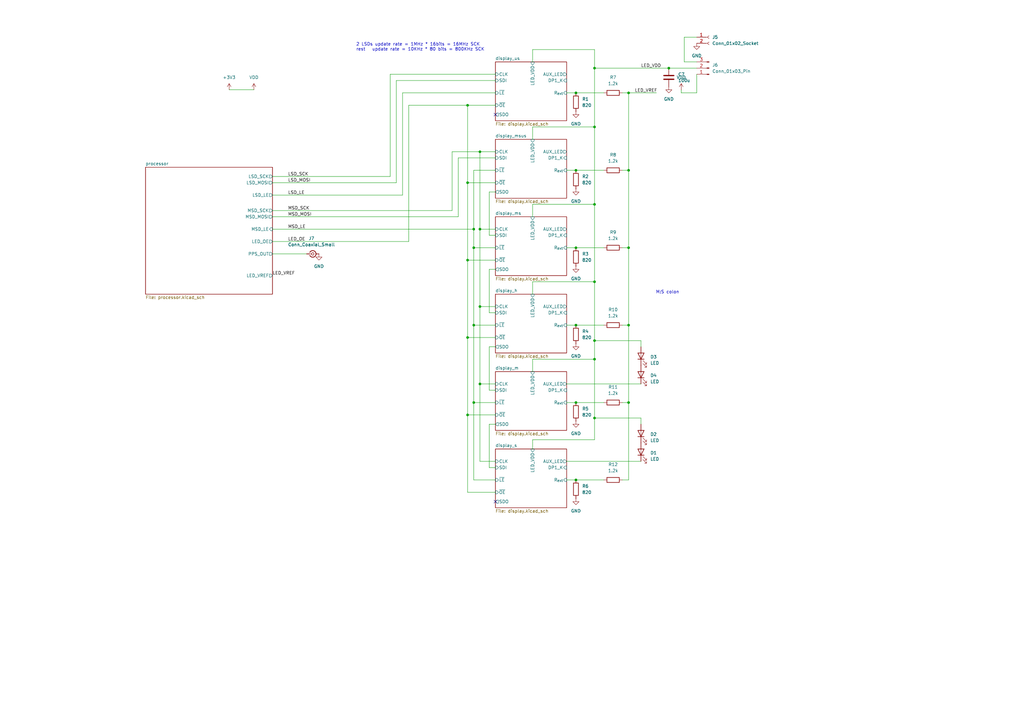
<source format=kicad_sch>
(kicad_sch (version 20250114) (generator "eeschema") (generator_version "9.0")
  (paper "A3")
  (lib_symbols
    (symbol "Connector:Conn_01x02_Socket" (pin_names (offset 1.016) (hide yes))
      (property "Reference" "J" (at 0 2.54 0))
      (property "Value" "Conn_01x02_Socket" (at 0 -5.08 0))
      (symbol "Conn_01x02_Socket_1_1"
        (polyline (pts (xy -1.27 0) (xy -0.508 0)) (stroke (width 0.1524)))
        (polyline (pts (xy -1.27 -2.54) (xy -0.508 -2.54)) (stroke (width 0.1524)))
        (arc (start 0 -0.508) (mid -0.5058 0) (end 0 0.508) (stroke (width 0.1524)))
        (arc (start 0 -3.048) (mid -0.5058 -2.54) (end 0 -2.032) (stroke (width 0.1524)))
        (pin passive line (at -5.08 0 0) (length 3.81) (name "Pin_1") (number "1"))
        (pin passive line (at -5.08 -2.54 0) (length 3.81) (name "Pin_2") (number "2"))
      )
    )
    (symbol "Connector:Conn_01x03_Pin" (pin_names (offset 1.016) (hide yes))
      (property "Reference" "J" (at 0 5.08 0))
      (property "Value" "Conn_01x03_Pin" (at 0 -5.08 0))
      (symbol "Conn_01x03_Pin_1_1"
        (rectangle (start 0.8636 2.667) (end 0 2.413) (stroke (width 0.1524)) (fill (type outline)))
        (rectangle (start 0.8636 0.127) (end 0 -0.127) (stroke (width 0.1524)) (fill (type outline)))
        (rectangle (start 0.8636 -2.413) (end 0 -2.667) (stroke (width 0.1524)) (fill (type outline)))
        (polyline (pts (xy 1.27 2.54) (xy 0.8636 2.54)) (stroke (width 0.1524)))
        (polyline (pts (xy 1.27 0) (xy 0.8636 0)) (stroke (width 0.1524)))
        (polyline (pts (xy 1.27 -2.54) (xy 0.8636 -2.54)) (stroke (width 0.1524)))
        (pin passive line (at 5.08 2.54 180) (length 3.81) (name "Pin_1") (number "1"))
        (pin passive line (at 5.08 0 180) (length 3.81) (name "Pin_2") (number "2"))
        (pin passive line (at 5.08 -2.54 180) (length 3.81) (name "Pin_3") (number "3"))
      )
    )
    (symbol "Connector:Conn_Coaxial_Small" (pin_numbers (hide yes)) (pin_names (offset 1.016) (hide yes))
      (property "Reference" "J" (at 0.254 3.048 0))
      (property "Value" "Conn_Coaxial_Small" (at 0 -3.81 0))
      (symbol "Conn_Coaxial_Small_0_1"
        (polyline (pts (xy -2.54 0) (xy -0.508 0)))
        (circle (center 0 0) (radius 0.508) (stroke (width 0.2032)))
      )
      (symbol "Conn_Coaxial_Small_1_1"
        (arc (start 1.3484 0.0039) (mid 0.327 -1.308) (end -1.1916 -0.6311) (stroke (width 0.3048)))
        (arc (start -1.1916 0.6311) (mid 0.327 1.3081) (end 1.3484 -0.0039) (stroke (width 0.3048)))
        (pin passive line (at -2.54 0 0) (length 1.27) (name "In") (number "1"))
        (pin passive line (at 2.54 0 180) (length 1.27) (name "Ext") (number "2"))
      )
    )
    (symbol "Device:C" (pin_numbers (hide yes)) (pin_names (offset 0.254))
      (property "Reference" "C" (at 0.635 2.54 0))
      (property "Value" "C" (at 0.635 -2.54 0))
      (symbol "C_0_1"
        (polyline (pts (xy -2.032 0.762) (xy 2.032 0.762)) (stroke (width 0.508)))
        (polyline (pts (xy -2.032 -0.762) (xy 2.032 -0.762)) (stroke (width 0.508)))
      )
      (symbol "C_1_1"
        (pin passive line (at 0 3.81 270) (length 2.794) (name "~") (number "1"))
        (pin passive line (at 0 -3.81 90) (length 2.794) (name "~") (number "2"))
      )
    )
    (symbol "Device:LED" (pin_numbers (hide yes)) (pin_names (offset 1.016) (hide yes))
      (property "Reference" "D" (at 0 2.54 0))
      (property "Value" "LED" (at 0 -2.54 0))
      (symbol "LED_0_1"
        (polyline (pts (xy -3.048 -0.762) (xy -4.572 -2.286) (xy -3.81 -2.286) (xy -4.572 -2.286) (xy -4.572 -1.524)))
        (polyline (pts (xy -1.778 -0.762) (xy -3.302 -2.286) (xy -2.54 -2.286) (xy -3.302 -2.286) (xy -3.302 -1.524)))
        (polyline (pts (xy -1.27 0) (xy 1.27 0)))
        (polyline (pts (xy -1.27 -1.27) (xy -1.27 1.27)) (stroke (width 0.254)))
        (polyline (pts (xy 1.27 -1.27) (xy 1.27 1.27) (xy -1.27 0) (xy 1.27 -1.27)) (stroke (width 0.254)))
      )
      (symbol "LED_1_1"
        (pin passive line (at -3.81 0 0) (length 2.54) (name "K") (number "1"))
        (pin passive line (at 3.81 0 180) (length 2.54) (name "A") (number "2"))
      )
    )
    (symbol "Device:R" (pin_numbers (hide yes)) (pin_names (offset 0))
      (property "Reference" "R" (at 2.032 0 90))
      (property "Value" "R" (at 0 0 90))
      (symbol "R_0_1"
        (rectangle (start -1.016 -2.54) (end 1.016 2.54) (stroke (width 0.254)))
      )
      (symbol "R_1_1"
        (pin passive line (at 0 3.81 270) (length 1.27) (name "~") (number "1"))
        (pin passive line (at 0 -3.81 90) (length 1.27) (name "~") (number "2"))
      )
    )
    (symbol "power:+3V3" (power) (pin_numbers (hide yes)) (pin_names (offset 0) (hide yes))
      (property "Value" "+3V3" (at 0 3.556 0))
      (symbol "+3V3_0_1"
        (polyline (pts (xy -0.762 1.27) (xy 0 2.54)))
        (polyline (pts (xy 0 2.54) (xy 0.762 1.27)))
        (polyline (pts (xy 0 0) (xy 0 2.54)))
      )
      (symbol "+3V3_1_1"
        (pin power_in line (at 0 0 90) (length 0) (name "~") (number "1"))
      )
    )
    (symbol "power:GND" (power) (pin_numbers (hide yes)) (pin_names (offset 0) (hide yes))
      (property "Value" "GND" (at 0 -3.81 0))
      (symbol "GND_0_1"
        (polyline (pts (xy 0 0) (xy 0 -1.27) (xy 1.27 -1.27) (xy 0 -2.54) (xy -1.27 -1.27) (xy 0 -1.27)))
      )
      (symbol "GND_1_1"
        (pin power_in line (at 0 0 270) (length 0) (name "~") (number "1"))
      )
    )
    (symbol "power:VDD" (power) (pin_numbers (hide yes)) (pin_names (offset 0) (hide yes))
      (property "Value" "VDD" (at 0 3.556 0))
      (symbol "VDD_0_1"
        (polyline (pts (xy -0.762 1.27) (xy 0 2.54)))
        (polyline (pts (xy 0 2.54) (xy 0.762 1.27)))
        (polyline (pts (xy 0 0) (xy 0 2.54)))
      )
      (symbol "VDD_1_1"
        (pin power_in line (at 0 0 90) (length 0) (name "~") (number "1"))
      )
    )
  )
  (text "2 LSDs update rate = 1MHz * 16bits = 16MHz SCK\nrest   update rate = 10KHz * 80 bits = 800KHz SCK" (at 146.05 19.304 0) (effects (font (size 1.27 1.27)) (justify left)))
  (text "M:S colon" (at 273.812 119.888 0) (effects (font (size 1.27 1.27))))
  (junction (at 236.22 101.6))
  (junction (at 236.22 38.1))
  (junction (at 194.31 165.1))
  (junction (at 196.85 93.98))
  (junction (at 191.77 43.18))
  (junction (at 243.84 52.07))
  (junction (at 243.84 83.82))
  (junction (at 196.85 125.73))
  (junction (at 196.85 62.23))
  (junction (at 257.81 101.6))
  (junction (at 191.77 74.93))
  (junction (at 236.22 133.35))
  (junction (at 243.84 139.7))
  (junction (at 196.85 157.48))
  (junction (at 194.31 93.98))
  (junction (at 243.84 27.94))
  (junction (at 194.31 101.6))
  (junction (at 257.81 165.1))
  (junction (at 191.77 106.68))
  (junction (at 243.84 115.57))
  (junction (at 243.84 147.32))
  (junction (at 274.32 27.94))
  (junction (at 243.84 171.45))
  (junction (at 236.22 196.85))
  (junction (at 191.77 138.43))
  (junction (at 194.31 133.35))
  (junction (at 257.81 69.85))
  (junction (at 257.81 133.35))
  (junction (at 236.22 165.1))
  (junction (at 191.77 170.18))
  (junction (at 257.81 38.1))
  (junction (at 236.22 69.85))
  (no_connect (at 203.2 205.74))
  (no_connect (at 203.2 46.99))
  (wire (pts (xy 243.84 83.82) (xy 243.84 115.57)))
  (wire (pts (xy 243.84 171.45) (xy 243.84 180.34)))
  (wire (pts (xy 243.84 115.57) (xy 243.84 139.7)))
  (wire (pts (xy 218.44 120.65) (xy 218.44 115.57)))
  (wire (pts (xy 200.66 110.49) (xy 200.66 128.27)))
  (wire (pts (xy 232.41 69.85) (xy 236.22 69.85)))
  (wire (pts (xy 162.56 33.02) (xy 203.2 33.02)))
  (wire (pts (xy 232.41 38.1) (xy 236.22 38.1)))
  (wire (pts (xy 111.76 72.39) (xy 160.02 72.39)))
  (wire (pts (xy 218.44 152.4) (xy 218.44 147.32)))
  (wire (pts (xy 191.77 106.68) (xy 203.2 106.68)))
  (wire (pts (xy 262.89 171.45) (xy 262.89 173.99)))
  (wire (pts (xy 200.66 78.74) (xy 200.66 96.52)))
  (wire (pts (xy 218.44 83.82) (xy 243.84 83.82)))
  (wire (pts (xy 111.76 86.36) (xy 185.42 86.36)))
  (wire (pts (xy 257.81 196.85) (xy 255.27 196.85)))
  (wire (pts (xy 191.77 43.18) (xy 191.77 74.93)))
  (wire (pts (xy 285.75 30.48) (xy 285.75 38.1)))
  (wire (pts (xy 236.22 133.35) (xy 247.65 133.35)))
  (wire (pts (xy 194.31 196.85) (xy 203.2 196.85)))
  (wire (pts (xy 196.85 125.73) (xy 196.85 157.48)))
  (wire (pts (xy 280.67 25.4) (xy 285.75 25.4)))
  (wire (pts (xy 194.31 165.1) (xy 194.31 196.85)))
  (wire (pts (xy 194.31 93.98) (xy 194.31 101.6)))
  (wire (pts (xy 243.84 139.7) (xy 262.89 139.7)))
  (wire (pts (xy 218.44 88.9) (xy 218.44 83.82)))
  (wire (pts (xy 111.76 88.9) (xy 187.96 88.9)))
  (wire (pts (xy 191.77 170.18) (xy 191.77 201.93)))
  (wire (pts (xy 243.84 180.34) (xy 218.44 180.34)))
  (wire (pts (xy 218.44 52.07) (xy 243.84 52.07)))
  (wire (pts (xy 236.22 165.1) (xy 247.65 165.1)))
  (wire (pts (xy 194.31 101.6) (xy 194.31 133.35)))
  (wire (pts (xy 236.22 69.85) (xy 247.65 69.85)))
  (wire (pts (xy 236.22 101.6) (xy 247.65 101.6)))
  (wire (pts (xy 280.67 15.24) (xy 280.67 25.4)))
  (wire (pts (xy 194.31 133.35) (xy 203.2 133.35)))
  (wire (pts (xy 243.84 20.32) (xy 243.84 27.94)))
  (wire (pts (xy 255.27 133.35) (xy 257.81 133.35)))
  (wire (pts (xy 255.27 69.85) (xy 257.81 69.85)))
  (wire (pts (xy 257.81 101.6) (xy 257.81 133.35)))
  (wire (pts (xy 196.85 62.23) (xy 203.2 62.23)))
  (wire (pts (xy 194.31 133.35) (xy 194.31 165.1)))
  (wire (pts (xy 236.22 38.1) (xy 247.65 38.1)))
  (wire (pts (xy 200.66 191.77) (xy 203.2 191.77)))
  (wire (pts (xy 257.81 38.1) (xy 269.24 38.1)))
  (wire (pts (xy 243.84 147.32) (xy 243.84 171.45)))
  (wire (pts (xy 274.32 27.94) (xy 285.75 27.94)))
  (wire (pts (xy 255.27 101.6) (xy 257.81 101.6)))
  (wire (pts (xy 203.2 173.99) (xy 200.66 173.99)))
  (wire (pts (xy 236.22 196.85) (xy 247.65 196.85)))
  (wire (pts (xy 194.31 69.85) (xy 203.2 69.85)))
  (wire (pts (xy 257.81 69.85) (xy 257.81 101.6)))
  (wire (pts (xy 232.41 133.35) (xy 236.22 133.35)))
  (wire (pts (xy 191.77 106.68) (xy 191.77 138.43)))
  (wire (pts (xy 185.42 86.36) (xy 185.42 62.23)))
  (wire (pts (xy 200.66 173.99) (xy 200.66 191.77)))
  (wire (pts (xy 232.41 157.48) (xy 262.89 157.48)))
  (wire (pts (xy 160.02 72.39) (xy 160.02 30.48)))
  (wire (pts (xy 194.31 101.6) (xy 203.2 101.6)))
  (wire (pts (xy 111.76 74.93) (xy 162.56 74.93)))
  (wire (pts (xy 218.44 57.15) (xy 218.44 52.07)))
  (wire (pts (xy 111.76 93.98) (xy 194.31 93.98)))
  (wire (pts (xy 203.2 78.74) (xy 200.66 78.74)))
  (wire (pts (xy 165.1 80.01) (xy 165.1 38.1)))
  (wire (pts (xy 111.76 80.01) (xy 165.1 80.01)))
  (wire (pts (xy 232.41 196.85) (xy 236.22 196.85)))
  (wire (pts (xy 196.85 189.23) (xy 203.2 189.23)))
  (wire (pts (xy 191.77 138.43) (xy 203.2 138.43)))
  (wire (pts (xy 160.02 30.48) (xy 203.2 30.48)))
  (wire (pts (xy 262.89 139.7) (xy 262.89 142.24)))
  (wire (pts (xy 243.84 139.7) (xy 243.84 147.32)))
  (wire (pts (xy 285.75 38.1) (xy 279.4 38.1)))
  (wire (pts (xy 196.85 157.48) (xy 196.85 189.23)))
  (wire (pts (xy 196.85 93.98) (xy 196.85 125.73)))
  (wire (pts (xy 232.41 101.6) (xy 236.22 101.6)))
  (wire (pts (xy 218.44 180.34) (xy 218.44 184.15)))
  (wire (pts (xy 93.98 36.83) (xy 104.14 36.83)))
  (wire (pts (xy 165.1 38.1) (xy 203.2 38.1)))
  (wire (pts (xy 194.31 69.85) (xy 194.31 93.98)))
  (wire (pts (xy 279.4 38.1) (xy 279.4 36.83)))
  (wire (pts (xy 167.64 43.18) (xy 191.77 43.18)))
  (wire (pts (xy 218.44 20.32) (xy 243.84 20.32)))
  (wire (pts (xy 243.84 171.45) (xy 262.89 171.45)))
  (wire (pts (xy 191.77 74.93) (xy 191.77 106.68)))
  (wire (pts (xy 196.85 125.73) (xy 203.2 125.73)))
  (wire (pts (xy 203.2 43.18) (xy 191.77 43.18)))
  (wire (pts (xy 191.77 170.18) (xy 203.2 170.18)))
  (wire (pts (xy 200.66 142.24) (xy 200.66 160.02)))
  (wire (pts (xy 196.85 93.98) (xy 203.2 93.98)))
  (wire (pts (xy 255.27 165.1) (xy 257.81 165.1)))
  (wire (pts (xy 257.81 38.1) (xy 257.81 69.85)))
  (wire (pts (xy 243.84 52.07) (xy 243.84 83.82)))
  (wire (pts (xy 187.96 64.77) (xy 203.2 64.77)))
  (wire (pts (xy 191.77 138.43) (xy 191.77 170.18)))
  (wire (pts (xy 111.76 104.14) (xy 125.73 104.14)))
  (wire (pts (xy 200.66 128.27) (xy 203.2 128.27)))
  (wire (pts (xy 185.42 62.23) (xy 196.85 62.23)))
  (wire (pts (xy 255.27 38.1) (xy 257.81 38.1)))
  (wire (pts (xy 285.75 15.24) (xy 280.67 15.24)))
  (wire (pts (xy 194.31 165.1) (xy 203.2 165.1)))
  (wire (pts (xy 196.85 157.48) (xy 203.2 157.48)))
  (wire (pts (xy 257.81 165.1) (xy 257.81 196.85)))
  (wire (pts (xy 196.85 62.23) (xy 196.85 93.98)))
  (wire (pts (xy 218.44 115.57) (xy 243.84 115.57)))
  (wire (pts (xy 203.2 110.49) (xy 200.66 110.49)))
  (wire (pts (xy 167.64 99.06) (xy 167.64 43.18)))
  (wire (pts (xy 257.81 133.35) (xy 257.81 165.1)))
  (wire (pts (xy 218.44 25.4) (xy 218.44 20.32)))
  (wire (pts (xy 232.41 189.23) (xy 262.89 189.23)))
  (wire (pts (xy 203.2 142.24) (xy 200.66 142.24)))
  (wire (pts (xy 187.96 88.9) (xy 187.96 64.77)))
  (wire (pts (xy 191.77 201.93) (xy 203.2 201.93)))
  (wire (pts (xy 162.56 74.93) (xy 162.56 33.02)))
  (wire (pts (xy 243.84 27.94) (xy 243.84 52.07)))
  (wire (pts (xy 200.66 160.02) (xy 203.2 160.02)))
  (wire (pts (xy 243.84 27.94) (xy 274.32 27.94)))
  (wire (pts (xy 111.76 99.06) (xy 167.64 99.06)))
  (wire (pts (xy 200.66 96.52) (xy 203.2 96.52)))
  (wire (pts (xy 191.77 74.93) (xy 203.2 74.93)))
  (wire (pts (xy 232.41 165.1) (xy 236.22 165.1)))
  (wire (pts (xy 218.44 147.32) (xy 243.84 147.32)))
  (label "LSD_MOSI" (at 118.11 74.93 0))
  (label "LSD_LE" (at 118.11 80.01 0))
  (label "LED_VREF" (at 260.35 38.1 0))
  (label "LED_OE" (at 118.11 99.06 0))
  (label "MSD_SCK" (at 118.11 86.36 0))
  (label "LED_VREF" (at 111.76 113.03 0))
  (label "MSD_MOSI" (at 118.11 88.9 0))
  (label "LSD_SCK" (at 118.11 72.39 0))
  (label "LED_VDD" (at 262.89 27.94 0))
  (label "MSD_LE" (at 118.11 93.98 0))
  (symbol (lib_id "Connector:Conn_01x02_Socket") (at 290.83 15.24 0) (unit 1)
    (property "Reference" "J5" (at 292.1 15.2399 0) (effects (justify left)))
    (property "Value" "Conn_01x02_Socket" (at 292.1 17.7799 0) (effects (justify left)))
    (property "Footprint" "Connector_JST:JST_PH_B2B-PH-K_1x02_P2.00mm_Vertical" (effects (hide yes)))
    (property "Description" "Generic connector, single row, 01x02, script generated" (effects (hide yes)))
  )
  (symbol (lib_id "Device:R") (at 251.46 69.85 90) (unit 1)
    (property "Reference" "R8" (at 251.46 63.5 90))
    (property "Value" "1.2k" (at 251.46 66.04 90))
    (property "Footprint" "Resistor_SMD:R_0603_1608Metric" (effects (hide yes)))
    (property "Description" "Resistor" (effects (hide yes)))
    (property "LCSC" "C22765" (effects (hide yes)))
  )
  (symbol (lib_id "power:GND") (at 236.22 204.47 0) (unit 1)
    (property "Reference" "#PWR06" (effects (hide yes)))
    (property "Value" "GND" (at 236.22 209.55 0))
    (property "Description" "Power symbol creates a global label with name \"GND\" , ground" (effects (hide yes)))
  )
  (symbol (lib_id "Device:R") (at 236.22 137.16 0) (unit 1)
    (property "Reference" "R4" (at 238.76 135.8899 0) (effects (justify left)))
    (property "Value" "820" (at 238.76 138.4299 0) (effects (justify left)))
    (property "Footprint" "Resistor_SMD:R_0603_1608Metric" (effects (hide yes)))
    (property "Description" "Resistor" (effects (hide yes)))
    (property "LCSC" "C23253" (effects (hide yes)))
  )
  (symbol (lib_id "power:VDD") (at 104.14 36.83 0) (unit 1)
    (property "Reference" "#PWR041" (effects (hide yes)))
    (property "Value" "VDD" (at 104.14 31.75 0))
    (property "Description" "Power symbol creates a global label with name \"VDD\"" (effects (hide yes)))
  )
  (symbol (lib_id "power:GND") (at 236.22 45.72 0) (unit 1)
    (property "Reference" "#PWR01" (effects (hide yes)))
    (property "Value" "GND" (at 236.22 50.8 0))
    (property "Description" "Power symbol creates a global label with name \"GND\" , ground" (effects (hide yes)))
  )
  (symbol (lib_id "Device:LED") (at 262.89 153.67 90) (unit 1)
    (property "Reference" "D4" (at 266.7 153.9874 90) (effects (justify right)))
    (property "Value" "LED" (at 266.7 156.5274 90) (effects (justify right)))
    (property "Footprint" "LED_SMD:LED_0603_1608Metric" (effects (hide yes)))
    (property "Description" "Light emitting diode" (effects (hide yes)))
    (property "Sim.Pins" "1=K 2=A" (effects (hide yes)))
    (property "LCSC" "C2286" (effects (hide yes)))
  )
  (symbol (lib_id "power:GND") (at 274.32 35.56 0) (unit 1)
    (property "Reference" "#PWR039" (effects (hide yes)))
    (property "Value" "GND" (at 274.32 40.64 0))
    (property "Description" "Power symbol creates a global label with name \"GND\" , ground" (effects (hide yes)))
  )
  (symbol (lib_id "power:GND") (at 236.22 109.22 0) (unit 1)
    (property "Reference" "#PWR03" (effects (hide yes)))
    (property "Value" "GND" (at 236.22 114.3 0))
    (property "Description" "Power symbol creates a global label with name \"GND\" , ground" (effects (hide yes)))
  )
  (symbol (lib_id "Device:LED") (at 262.89 177.8 90) (unit 1)
    (property "Reference" "D2" (at 266.7 178.1174 90) (effects (justify right)))
    (property "Value" "LED" (at 266.7 180.6574 90) (effects (justify right)))
    (property "Footprint" "LED_SMD:LED_0603_1608Metric" (effects (hide yes)))
    (property "Description" "Light emitting diode" (effects (hide yes)))
    (property "Sim.Pins" "1=K 2=A" (effects (hide yes)))
    (property "LCSC" "C2286" (effects (hide yes)))
  )
  (symbol (lib_id "Device:R") (at 236.22 200.66 0) (unit 1)
    (property "Reference" "R6" (at 238.76 199.3899 0) (effects (justify left)))
    (property "Value" "820" (at 238.76 201.9299 0) (effects (justify left)))
    (property "Footprint" "Resistor_SMD:R_0603_1608Metric" (effects (hide yes)))
    (property "Description" "Resistor" (effects (hide yes)))
    (property "LCSC" "C23253" (effects (hide yes)))
  )
  (symbol (lib_id "power:VDD") (at 279.4 36.83 0) (unit 1)
    (property "Reference" "#PWR07" (effects (hide yes)))
    (property "Value" "VDD" (at 279.4 31.75 0))
    (property "Description" "Power symbol creates a global label with name \"VDD\"" (effects (hide yes)))
  )
  (symbol (lib_id "Device:R") (at 236.22 168.91 0) (unit 1)
    (property "Reference" "R5" (at 238.76 167.6399 0) (effects (justify left)))
    (property "Value" "820" (at 238.76 170.1799 0) (effects (justify left)))
    (property "Footprint" "Resistor_SMD:R_0603_1608Metric" (effects (hide yes)))
    (property "Description" "Resistor" (effects (hide yes)))
    (property "LCSC" "C23253" (effects (hide yes)))
  )
  (symbol (lib_id "Device:R") (at 236.22 105.41 0) (unit 1)
    (property "Reference" "R3" (at 238.76 104.1399 0) (effects (justify left)))
    (property "Value" "820" (at 238.76 106.6799 0) (effects (justify left)))
    (property "Footprint" "Resistor_SMD:R_0603_1608Metric" (effects (hide yes)))
    (property "Description" "Resistor" (effects (hide yes)))
    (property "LCSC" "C23253" (effects (hide yes)))
  )
  (symbol (lib_id "Device:LED") (at 262.89 146.05 90) (unit 1)
    (property "Reference" "D3" (at 266.7 146.3674 90) (effects (justify right)))
    (property "Value" "LED" (at 266.7 148.9074 90) (effects (justify right)))
    (property "Footprint" "LED_SMD:LED_0603_1608Metric" (effects (hide yes)))
    (property "Description" "Light emitting diode" (effects (hide yes)))
    (property "Sim.Pins" "1=K 2=A" (effects (hide yes)))
    (property "LCSC" "C2286" (effects (hide yes)))
  )
  (symbol (lib_id "power:GND") (at 236.22 140.97 0) (unit 1)
    (property "Reference" "#PWR04" (effects (hide yes)))
    (property "Value" "GND" (at 236.22 146.05 0))
    (property "Description" "Power symbol creates a global label with name \"GND\" , ground" (effects (hide yes)))
  )
  (symbol (lib_id "power:GND") (at 236.22 77.47 0) (unit 1)
    (property "Reference" "#PWR02" (effects (hide yes)))
    (property "Value" "GND" (at 236.22 82.55 0))
    (property "Description" "Power symbol creates a global label with name \"GND\" , ground" (effects (hide yes)))
  )
  (symbol (lib_id "Device:R") (at 236.22 73.66 0) (unit 1)
    (property "Reference" "R2" (at 238.76 72.3899 0) (effects (justify left)))
    (property "Value" "820" (at 238.76 74.9299 0) (effects (justify left)))
    (property "Footprint" "Resistor_SMD:R_0603_1608Metric" (effects (hide yes)))
    (property "Description" "Resistor" (effects (hide yes)))
    (property "LCSC" "C23253" (effects (hide yes)))
  )
  (symbol (lib_id "Device:R") (at 251.46 133.35 90) (unit 1)
    (property "Reference" "R10" (at 251.46 127 90))
    (property "Value" "1.2k" (at 251.46 129.54 90))
    (property "Footprint" "Resistor_SMD:R_0603_1608Metric" (effects (hide yes)))
    (property "Description" "Resistor" (effects (hide yes)))
    (property "LCSC" "C22765" (effects (hide yes)))
  )
  (symbol (lib_id "power:+3V3") (at 93.98 36.83 0) (unit 1)
    (property "Reference" "#PWR040" (effects (hide yes)))
    (property "Value" "+3V3" (at 93.98 31.75 0))
    (property "Description" "Power symbol creates a global label with name \"+3V3\"" (effects (hide yes)))
  )
  (symbol (lib_id "power:GND") (at 236.22 172.72 0) (unit 1)
    (property "Reference" "#PWR05" (effects (hide yes)))
    (property "Value" "GND" (at 236.22 177.8 0))
    (property "Description" "Power symbol creates a global label with name \"GND\" , ground" (effects (hide yes)))
  )
  (symbol (lib_id "Connector:Conn_Coaxial_Small") (at 128.27 104.14 0) (unit 1)
    (property "Reference" "J7" (at 127.7504 97.79 0))
    (property "Value" "Conn_Coaxial_Small" (at 127.7504 100.33 0))
    (property "Footprint" "Connector_Coaxial:SMA_BAT_Wireless_BWSMA-KWE-Z001" (effects (hide yes)))
    (property "Description" "small coaxial connector (BNC, SMA, SMB, SMC, Cinch/RCA, LEMO, ...)" (effects (hide yes)))
  )
  (symbol (lib_id "Device:R") (at 251.46 196.85 90) (unit 1)
    (property "Reference" "R12" (at 251.46 190.5 90))
    (property "Value" "1.2k" (at 251.46 193.04 90))
    (property "Footprint" "Resistor_SMD:R_0603_1608Metric" (effects (hide yes)))
    (property "Description" "Resistor" (effects (hide yes)))
    (property "LCSC" "C22765" (effects (hide yes)))
  )
  (symbol (lib_id "Device:LED") (at 262.89 185.42 90) (unit 1)
    (property "Reference" "D1" (at 266.7 185.7374 90) (effects (justify right)))
    (property "Value" "LED" (at 266.7 188.2774 90) (effects (justify right)))
    (property "Footprint" "LED_SMD:LED_0603_1608Metric" (effects (hide yes)))
    (property "Description" "Light emitting diode" (effects (hide yes)))
    (property "Sim.Pins" "1=K 2=A" (effects (hide yes)))
    (property "LCSC" "C2286" (effects (hide yes)))
  )
  (symbol (lib_id "Device:R") (at 236.22 41.91 0) (unit 1)
    (property "Reference" "R1" (at 238.76 40.6399 0) (effects (justify left)))
    (property "Value" "820" (at 238.76 43.1799 0) (effects (justify left)))
    (property "Footprint" "Resistor_SMD:R_0603_1608Metric" (effects (hide yes)))
    (property "Description" "Resistor" (effects (hide yes)))
    (property "LCSC" "C23253" (effects (hide yes)))
  )
  (symbol (lib_id "Device:R") (at 251.46 38.1 90) (unit 1)
    (property "Reference" "R7" (at 251.46 31.75 90))
    (property "Value" "1.2k" (at 251.46 34.29 90))
    (property "Footprint" "Resistor_SMD:R_0603_1608Metric" (effects (hide yes)))
    (property "Description" "Resistor" (effects (hide yes)))
    (property "LCSC" "C22765" (effects (hide yes)))
  )
  (symbol (lib_id "power:GND") (at 285.75 17.78 0) (unit 1)
    (property "Reference" "#PWR08" (effects (hide yes)))
    (property "Value" "GND" (at 285.75 22.86 0))
    (property "Description" "Power symbol creates a global label with name \"GND\" , ground" (effects (hide yes)))
  )
  (symbol (lib_id "power:GND") (at 130.81 104.14 0) (unit 1)
    (property "Reference" "#PWR09" (effects (hide yes)))
    (property "Value" "GND" (at 130.81 109.22 0))
    (property "Description" "Power symbol creates a global label with name \"GND\" , ground" (effects (hide yes)))
  )
  (symbol (lib_id "Connector:Conn_01x03_Pin") (at 290.83 27.94 180) (unit 1)
    (property "Reference" "J6" (at 292.1 26.6699 0) (effects (justify right)))
    (property "Value" "Conn_01x03_Pin" (at 292.1 29.2099 0) (effects (justify right)))
    (property "Footprint" "Connector_PinHeader_2.54mm:PinHeader_1x03_P2.54mm_Vertical" (effects (hide yes)))
    (property "Description" "Generic connector, single row, 01x03, script generated" (effects (hide yes)))
  )
  (symbol (lib_id "Device:C") (at 274.32 31.75 0) (unit 1)
    (property "Reference" "C7" (at 278.13 30.4799 0) (effects (justify left)))
    (property "Value" "100u" (at 278.13 33.0199 0) (effects (justify left)))
    (property "Footprint" "Capacitor_SMD:C_1206_3216Metric" (effects (hide yes)))
    (property "Description" "Unpolarized capacitor" (effects (hide yes)))
    (property "LCSC" "C15008" (effects (hide yes)))
  )
  (symbol (lib_id "Device:R") (at 251.46 165.1 90) (unit 1)
    (property "Reference" "R11" (at 251.46 158.75 90))
    (property "Value" "1.2k" (at 251.46 161.29 90))
    (property "Footprint" "Resistor_SMD:R_0603_1608Metric" (effects (hide yes)))
    (property "Description" "Resistor" (effects (hide yes)))
    (property "LCSC" "C22765" (effects (hide yes)))
  )
  (symbol (lib_id "Device:R") (at 251.46 101.6 90) (unit 1)
    (property "Reference" "R9" (at 251.46 95.25 90))
    (property "Value" "1.2k" (at 251.46 97.79 90))
    (property "Footprint" "Resistor_SMD:R_0603_1608Metric" (effects (hide yes)))
    (property "Description" "Resistor" (effects (hide yes)))
    (property "LCSC" "C22765" (effects (hide yes)))
  )
  (sheet (at 203.2 57.15) (size 29.21 24.13) (stroke (width 0.1524))
    (property "Sheetname" "display_msus" (at 203.2 56.4384 0) (effects (justify left bottom)))
    (property "Sheetfile" "display.kicad_sch" (at 203.2 81.8646 0) (effects (justify left top)))
    (pin "AUX_LED" output (at 232.41 62.23 0))
    (pin "CLK" input (at 203.2 62.23 180))
    (pin "LED_VDD" input (at 218.44 57.15 90))
    (pin "R_{ext}" input (at 232.41 69.85 0))
    (pin "SDI" input (at 203.2 64.77 180))
    (pin "SDO" output (at 203.2 78.74 180))
    (pin "~{LE}" input (at 203.2 69.85 180))
    (pin "~{OE}" input (at 203.2 74.93 180))
    (pin "DP1_K" input (at 232.41 64.77 0))
  )
  (sheet (at 203.2 120.65) (size 29.21 24.13) (stroke (width 0.1524))
    (property "Sheetname" "display_h" (at 203.2 119.9384 0) (effects (justify left bottom)))
    (property "Sheetfile" "display.kicad_sch" (at 203.2 145.3646 0) (effects (justify left top)))
    (pin "AUX_LED" output (at 232.41 125.73 0))
    (pin "CLK" input (at 203.2 125.73 180))
    (pin "LED_VDD" input (at 218.44 120.65 90))
    (pin "R_{ext}" input (at 232.41 133.35 0))
    (pin "SDI" input (at 203.2 128.27 180))
    (pin "SDO" output (at 203.2 142.24 180))
    (pin "~{LE}" input (at 203.2 133.35 180))
    (pin "~{OE}" input (at 203.2 138.43 180))
    (pin "DP1_K" input (at 232.41 128.27 0))
  )
  (sheet (at 203.2 152.4) (size 29.21 24.13) (stroke (width 0.1524))
    (property "Sheetname" "display_m" (at 203.2 151.6884 0) (effects (justify left bottom)))
    (property "Sheetfile" "display.kicad_sch" (at 203.2 177.1146 0) (effects (justify left top)))
    (pin "AUX_LED" output (at 232.41 157.48 0))
    (pin "CLK" input (at 203.2 157.48 180))
    (pin "LED_VDD" input (at 218.44 152.4 90))
    (pin "R_{ext}" input (at 232.41 165.1 0))
    (pin "SDI" input (at 203.2 160.02 180))
    (pin "SDO" output (at 203.2 173.99 180))
    (pin "~{LE}" input (at 203.2 165.1 180))
    (pin "~{OE}" input (at 203.2 170.18 180))
    (pin "DP1_K" input (at 232.41 160.02 0))
  )
  (sheet (at 59.69 68.58) (size 52.07 52.07) (stroke (width 0.1524))
    (property "Sheetname" "processor" (at 59.69 67.8684 0) (effects (justify left bottom)))
    (property "Sheetfile" "processor.kicad_sch" (at 59.69 121.2346 0) (effects (justify left top)))
    (pin "LED_OE" output (at 111.76 99.06 0))
    (pin "LED_VREF" output (at 111.76 113.03 0))
    (pin "LSD_LE" output (at 111.76 80.01 0))
    (pin "LSD_MOSI" output (at 111.76 74.93 0))
    (pin "LSD_SCK" output (at 111.76 72.39 0))
    (pin "MSD_LE" input (at 111.76 93.98 0))
    (pin "MSD_MOSI" output (at 111.76 88.9 0))
    (pin "MSD_SCK" output (at 111.76 86.36 0))
    (pin "PPS_OUT" output (at 111.76 104.14 0))
  )
  (sheet (at 203.2 25.4) (size 29.21 24.13) (stroke (width 0.1524))
    (property "Sheetname" "display_us" (at 203.2 24.6884 0) (effects (justify left bottom)))
    (property "Sheetfile" "display.kicad_sch" (at 203.2 50.1146 0) (effects (justify left top)))
    (pin "AUX_LED" output (at 232.41 30.48 0))
    (pin "CLK" input (at 203.2 30.48 180))
    (pin "LED_VDD" input (at 218.44 25.4 90))
    (pin "R_{ext}" input (at 232.41 38.1 0))
    (pin "SDI" input (at 203.2 33.02 180))
    (pin "SDO" output (at 203.2 46.99 180))
    (pin "~{LE}" input (at 203.2 38.1 180))
    (pin "~{OE}" input (at 203.2 43.18 180))
    (pin "DP1_K" input (at 232.41 33.02 0))
  )
  (sheet (at 203.2 88.9) (size 29.21 24.13) (stroke (width 0.1524))
    (property "Sheetname" "display_ms" (at 203.2 88.1884 0) (effects (justify left bottom)))
    (property "Sheetfile" "display.kicad_sch" (at 203.2 113.6146 0) (effects (justify left top)))
    (pin "AUX_LED" output (at 232.41 93.98 0))
    (pin "CLK" input (at 203.2 93.98 180))
    (pin "LED_VDD" input (at 218.44 88.9 90))
    (pin "R_{ext}" input (at 232.41 101.6 0))
    (pin "SDI" input (at 203.2 96.52 180))
    (pin "SDO" output (at 203.2 110.49 180))
    (pin "~{LE}" input (at 203.2 101.6 180))
    (pin "~{OE}" input (at 203.2 106.68 180))
    (pin "DP1_K" input (at 232.41 96.52 0))
  )
  (sheet (at 203.2 184.15) (size 29.21 24.13) (stroke (width 0.1524))
    (property "Sheetname" "display_s" (at 203.2 183.4384 0) (effects (justify left bottom)))
    (property "Sheetfile" "display.kicad_sch" (at 203.2 208.8646 0) (effects (justify left top)))
    (pin "AUX_LED" output (at 232.41 189.23 0))
    (pin "CLK" input (at 203.2 189.23 180))
    (pin "LED_VDD" input (at 218.44 184.15 90))
    (pin "R_{ext}" input (at 232.41 196.85 0))
    (pin "SDI" input (at 203.2 191.77 180))
    (pin "SDO" output (at 203.2 205.74 180))
    (pin "~{LE}" input (at 203.2 196.85 180))
    (pin "~{OE}" input (at 203.2 201.93 180))
    (pin "DP1_K" input (at 232.41 191.77 0))
  )
)
</source>
